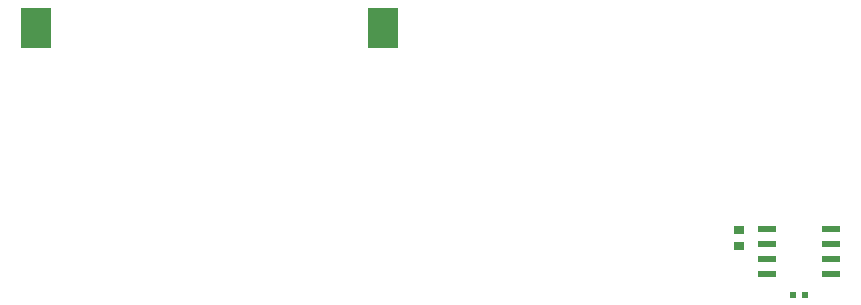
<source format=gbp>
G04*
G04 #@! TF.GenerationSoftware,Altium Limited,Altium Designer,21.1.1 (26)*
G04*
G04 Layer_Color=128*
%FSLAX25Y25*%
%MOIN*%
G70*
G04*
G04 #@! TF.SameCoordinates,86C13C5E-EFD7-4FBB-8F38-476846F7A0A0*
G04*
G04*
G04 #@! TF.FilePolarity,Positive*
G04*
G01*
G75*
%ADD18R,0.02362X0.01968*%
%ADD95R,0.10236X0.13780*%
%ADD96R,0.06102X0.02165*%
%ADD97R,0.03543X0.03150*%
D18*
X297969Y218000D02*
D03*
X294032D02*
D03*
D95*
X157248Y307000D02*
D03*
X41500D02*
D03*
D96*
X306630Y240000D02*
D03*
Y235000D02*
D03*
Y230000D02*
D03*
Y225000D02*
D03*
X285370Y240000D02*
D03*
Y235000D02*
D03*
Y230000D02*
D03*
Y225000D02*
D03*
D97*
X276000Y239756D02*
D03*
Y234244D02*
D03*
M02*

</source>
